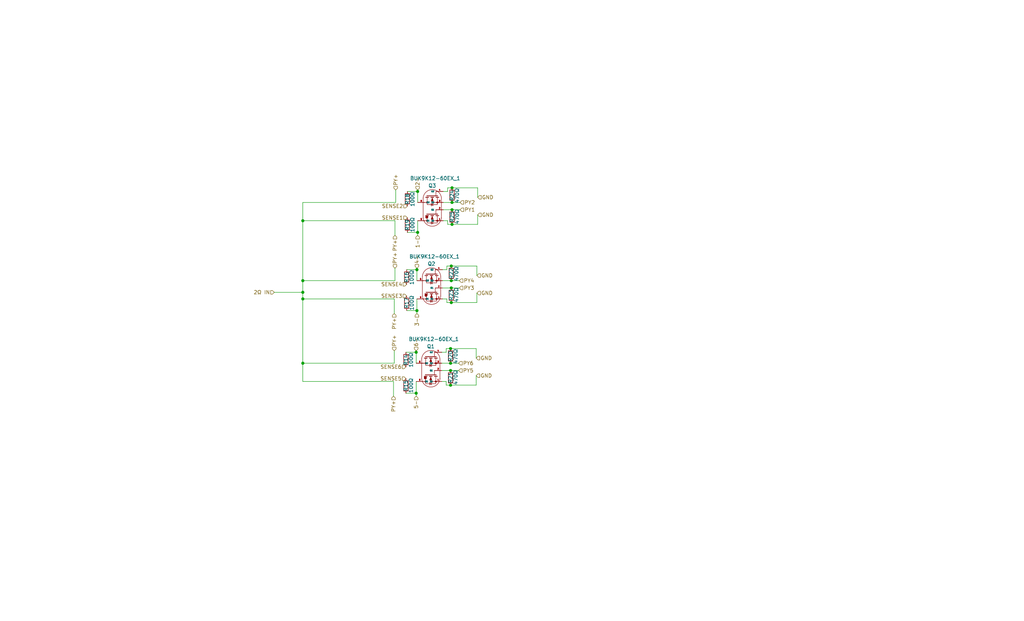
<source format=kicad_sch>
(kicad_sch (version 20231120) (generator "eeschema") (generator_version "8.0")
  (paper "USLegal")
  (title_block (title "WINTER Pyro Channels") (date "2024-02-13") (rev "3.1"))
  (lib_symbols
    (symbol "Device:R_Small" (pin_numbers hide) (pin_names (offset 0.254) hide)
      (property "Reference" "R" (at 0.762 0.508 0))
      (property "Value" "R_Small" (at 0.762 -1.016 0))
      (symbol "R_Small_0_1"
        (rectangle (start -0.762 1.778) (end 0.762 -1.778) (stroke (width 0.2032)))
      )
      (symbol "R_Small_1_1"
        (pin passive line (at 0 2.54 270) (length 0.762) (name "~") (number "1"))
        (pin passive line (at 0 -2.54 90) (length 0.762) (name "~") (number "2"))
      )
    )
    (symbol "rev3_components:BUK9K12-60EX_1"
      (property "Reference" "Q1" (at 1.27 -5.08 90))
      (property "Value" "BUK9K12-60EX_1" (at 7.62 -1.27 90))
      (symbol "BUK9K12-60EX_1_0_1"
        (circle (center -5.0771 -0.4885) (radius 0.254) (fill (type outline)))
        (circle (center -5.0771 3.0675) (radius 0.254) (fill (type outline)))
        (arc (start -4.0571 4.445) (mid -6.9946 1.27) (end -4.0571 -1.905))
        (arc (start -3.81 3.175) (mid -3.81 3.175) (end -3.81 3.175) (stroke (width 1)))
        (polyline (pts (xy -5.0799 3.7234) (xy -5.0799 2.9614)))
        (polyline (pts (xy -3.2991 0.0195) (xy -3.2991 -0.9965)) (stroke (width 0.254)))
        (polyline (pts (xy -3.2991 1.7975) (xy -3.2991 0.7815)) (stroke (width 0.254)))
        (polyline (pts (xy -3.2991 3.5755) (xy -3.2991 2.5595)) (stroke (width 0.254)))
        (polyline (pts (xy -2.7911 3.1945) (xy -2.7911 -0.6155)) (stroke (width 0.254)))
        (polyline (pts (xy -2.7095 0) (xy -1.27 0)))
        (polyline (pts (xy 1.27 3.81) (xy 1.27 3.048)))
        (polyline (pts (xy 2.7509 -1.9103) (xy -4.1453 -1.9103)))
        (polyline (pts (xy 2.8116 4.4472) (xy -4.0846 4.4472)))
        (polyline (pts (xy 3.048 0) (xy 3.048 -1.016)) (stroke (width 0.254)))
        (polyline (pts (xy 3.048 1.778) (xy 3.048 0.762)) (stroke (width 0.254)))
        (polyline (pts (xy 3.048 3.556) (xy 3.048 2.54)) (stroke (width 0.254)))
        (polyline (pts (xy 3.556 3.175) (xy 3.556 -0.635)) (stroke (width 0.254)))
        (polyline (pts (xy 3.6153 0.0001) (xy 5.08 0)))
        (polyline (pts (xy -5.0771 -1.2505) (xy -5.0771 1.2895) (xy -3.2991 1.2895)))
        (polyline (pts (xy 1.27 -1.27) (xy 1.27 1.27) (xy 3.048 1.27)))
        (polyline (pts (xy -5.8391 1.6705) (xy -5.4581 1.0355) (xy -6.2201 1.0355) (xy -5.8391 1.6705)))
        (polyline (pts (xy -5.3311 1.7975) (xy -5.4581 1.6705) (xy -6.2201 1.6705) (xy -6.3471 1.5435)))
        (polyline (pts (xy -3.5531 1.2895) (xy -4.5691 1.6705) (xy -4.5691 0.9085) (xy -3.5531 1.2895)) (fill (type outline)))
        (polyline (pts (xy -3.2991 -0.4885) (xy -5.8391 -0.4885) (xy -5.8391 3.0675) (xy -3.2991 3.0675)))
        (polyline (pts (xy 0.508 1.651) (xy 0.889 1.016) (xy 0.127 1.016) (xy 0.508 1.651)))
        (polyline (pts (xy 1.016 1.778) (xy 0.889 1.651) (xy 0.127 1.651) (xy 0 1.524)))
        (polyline (pts (xy 2.794 1.27) (xy 1.778 1.651) (xy 1.778 0.889) (xy 2.794 1.27)) (fill (type outline)))
        (polyline (pts (xy 3.048 -0.508) (xy 0.508 -0.508) (xy 0.508 3.048) (xy 3.048 3.048)))
        (circle (center 1.27 -0.508) (radius 0.254) (fill (type outline)))
        (circle (center 1.27 3.048) (radius 0.254) (fill (type outline)))
        (arc (start 2.7871 -1.905) (mid 5.7246 1.27) (end 2.7871 4.445))
      )
      (symbol "BUK9K12-60EX_1_1_1"
        (pin passive line (at -5.08 -2.54 90) (length 2.54) (name "S1") (number "1"))
        (pin passive line (at -1.27 -2.54 90) (length 2.54) (name "G1") (number "2"))
        (pin passive line (at 1.27 -2.54 90) (length 2.54) (name "S2") (number "3"))
        (pin passive line (at 5.08 -2.54 90) (length 2.54) (name "G2") (number "4"))
        (pin passive line (at -5.08 6.35 270) (length 2.54) (name "D1") (number "5"))
        (pin passive line (at 1.27 6.35 270) (length 2.54) (name "D2") (number "6"))
      )
    )
  )
  (junction (at 144.78 93.726))
  (junction (at 144.526 136.652))
  (junction (at 105.156 103.886))
  (junction (at 144.526 122.428))
  (junction (at 156.718 92.456))
  (junction (at 156.972 72.898))
  (junction (at 105.156 101.6))
  (junction (at 105.156 76.708))
  (junction (at 156.972 65.278))
  (junction (at 156.464 126.238))
  (junction (at 156.464 128.778))
  (junction (at 156.718 100.076))
  (junction (at 156.718 105.156))
  (junction (at 105.156 126.238))
  (junction (at 105.156 97.536))
  (junction (at 156.972 77.978))
  (junction (at 144.78 107.95))
  (junction (at 156.718 97.536))
  (junction (at 145.034 66.548))
  (junction (at 156.464 121.158))
  (junction (at 156.972 70.358))
  (junction (at 145.034 80.772))
  (junction (at 156.464 133.858))
  (wire (pts (xy 153.924 70.358) (xy 156.972 70.358)))
  (wire (pts (xy 144.78 103.886) (xy 144.78 107.95)))
  (wire (pts (xy 105.156 97.536) (xy 105.156 76.708)))
  (wire (pts (xy 141.478 80.772) (xy 145.034 80.772)))
  (wire (pts (xy 156.464 128.778) (xy 159.258 128.778)))
  (wire (pts (xy 153.924 66.548) (xy 155.448 66.548)))
  (wire (pts (xy 155.194 92.456) (xy 156.718 92.456)))
  (wire (pts (xy 153.67 100.076) (xy 156.718 100.076)))
  (wire (pts (xy 155.194 103.886) (xy 155.194 105.156)))
  (wire (pts (xy 153.67 97.536) (xy 156.718 97.536)))
  (wire (pts (xy 156.718 100.076) (xy 159.512 100.076)))
  (wire (pts (xy 155.194 93.726) (xy 155.194 92.456)))
  (wire (pts (xy 137.16 76.708) (xy 137.16 81.788)))
  (wire (pts (xy 156.464 133.858) (xy 165.354 133.858)))
  (wire (pts (xy 153.924 72.898) (xy 156.972 72.898)))
  (wire (pts (xy 145.034 80.772) (xy 145.034 81.788)))
  (wire (pts (xy 136.906 103.886) (xy 136.906 108.966)))
  (wire (pts (xy 156.972 70.358) (xy 159.766 70.358)))
  (wire (pts (xy 156.972 77.978) (xy 165.862 77.978)))
  (wire (pts (xy 155.448 77.978) (xy 156.972 77.978)))
  (wire (pts (xy 165.862 65.278) (xy 165.862 68.58)))
  (wire (pts (xy 105.156 76.708) (xy 105.156 70.358)))
  (wire (pts (xy 155.194 105.156) (xy 156.718 105.156)))
  (wire (pts (xy 136.906 121.92) (xy 136.906 126.238)))
  (wire (pts (xy 144.526 121.92) (xy 144.526 122.428)))
  (wire (pts (xy 155.448 66.548) (xy 155.448 65.278)))
  (wire (pts (xy 154.94 132.588) (xy 154.94 133.858)))
  (wire (pts (xy 105.156 76.708) (xy 137.16 76.708)))
  (wire (pts (xy 153.416 122.428) (xy 154.94 122.428)))
  (wire (pts (xy 144.78 107.95) (xy 144.78 108.966)))
  (wire (pts (xy 165.354 121.158) (xy 165.354 124.46)))
  (wire (pts (xy 140.97 136.652) (xy 144.526 136.652)))
  (wire (pts (xy 105.156 132.588) (xy 105.156 126.238)))
  (wire (pts (xy 144.78 93.726) (xy 144.78 97.536)))
  (wire (pts (xy 105.156 126.238) (xy 136.906 126.238)))
  (wire (pts (xy 156.464 126.238) (xy 159.258 126.238)))
  (wire (pts (xy 145.034 76.708) (xy 145.034 80.772)))
  (wire (pts (xy 153.67 93.726) (xy 155.194 93.726)))
  (wire (pts (xy 144.526 122.428) (xy 144.526 126.238)))
  (wire (pts (xy 144.526 136.652) (xy 144.526 137.668)))
  (wire (pts (xy 156.972 72.898) (xy 159.766 72.898)))
  (wire (pts (xy 105.156 97.536) (xy 137.16 97.536)))
  (wire (pts (xy 105.156 132.588) (xy 136.652 132.588)))
  (wire (pts (xy 105.156 126.238) (xy 105.156 103.886)))
  (wire (pts (xy 156.718 92.456) (xy 165.608 92.456)))
  (wire (pts (xy 105.156 101.6) (xy 105.156 97.536)))
  (wire (pts (xy 153.416 128.778) (xy 156.464 128.778)))
  (wire (pts (xy 156.718 105.156) (xy 165.608 105.156)))
  (wire (pts (xy 154.94 133.858) (xy 156.464 133.858)))
  (wire (pts (xy 153.416 132.588) (xy 154.94 132.588)))
  (wire (pts (xy 156.718 97.536) (xy 159.512 97.536)))
  (wire (pts (xy 153.67 103.886) (xy 155.194 103.886)))
  (wire (pts (xy 156.464 121.158) (xy 165.354 121.158)))
  (wire (pts (xy 155.448 65.278) (xy 156.972 65.278)))
  (wire (pts (xy 145.034 66.548) (xy 145.034 70.358)))
  (wire (pts (xy 95.25 101.6) (xy 105.156 101.6)))
  (wire (pts (xy 155.448 76.708) (xy 155.448 77.978)))
  (wire (pts (xy 144.526 132.588) (xy 144.526 136.652)))
  (wire (pts (xy 154.94 122.428) (xy 154.94 121.158)))
  (wire (pts (xy 140.97 122.428) (xy 144.526 122.428)))
  (wire (pts (xy 141.478 66.548) (xy 145.034 66.548)))
  (wire (pts (xy 165.608 92.456) (xy 165.608 95.758)))
  (wire (pts (xy 105.156 103.886) (xy 105.156 101.6)))
  (wire (pts (xy 137.16 93.218) (xy 137.16 97.536)))
  (wire (pts (xy 165.862 77.978) (xy 165.862 74.676)))
  (wire (pts (xy 156.972 65.278) (xy 165.862 65.278)))
  (wire (pts (xy 153.924 76.708) (xy 155.448 76.708)))
  (wire (pts (xy 105.156 70.358) (xy 137.414 70.358)))
  (wire (pts (xy 137.414 66.04) (xy 137.414 70.358)))
  (wire (pts (xy 141.224 107.95) (xy 144.78 107.95)))
  (wire (pts (xy 144.78 93.218) (xy 144.78 93.726)))
  (wire (pts (xy 165.608 105.156) (xy 165.608 101.854)))
  (wire (pts (xy 105.156 103.886) (xy 136.906 103.886)))
  (wire (pts (xy 165.354 133.858) (xy 165.354 130.556)))
  (wire (pts (xy 154.94 121.158) (xy 156.464 121.158)))
  (wire (pts (xy 136.652 132.588) (xy 136.652 137.668)))
  (wire (pts (xy 141.224 93.726) (xy 144.78 93.726)))
  (wire (pts (xy 153.416 126.238) (xy 156.464 126.238)))
  (wire (pts (xy 145.034 66.04) (xy 145.034 66.548)))
  (hierarchical_label "SENSE1" (shape input) (at 141.478 75.692 180))
  (hierarchical_label "GND" (shape input) (at 165.862 74.676 0))
  (hierarchical_label "PY4" (shape input) (at 159.512 97.536 0))
  (hierarchical_label "6-" (shape input) (at 144.526 121.92 90))
  (hierarchical_label "PY5" (shape input) (at 159.258 128.778 0))
  (hierarchical_label "PY3" (shape input) (at 159.512 100.076 0))
  (hierarchical_label "4-" (shape input) (at 144.78 93.218 90))
  (hierarchical_label "2-" (shape input) (at 145.034 66.04 90))
  (hierarchical_label "3-" (shape input) (at 144.78 108.966 270))
  (hierarchical_label "SENSE6" (shape input) (at 140.97 127.508 180))
  (hierarchical_label "5-" (shape input) (at 144.526 137.668 270))
  (hierarchical_label "PY+" (shape input) (at 136.906 108.966 270))
  (hierarchical_label "GND" (shape input) (at 165.354 124.46 0))
  (hierarchical_label "PY+" (shape input) (at 136.652 137.668 270))
  (hierarchical_label "PY+" (shape input) (at 136.906 121.92 90))
  (hierarchical_label "GND" (shape input) (at 165.862 68.58 0))
  (hierarchical_label "GND" (shape input) (at 165.608 95.758 0))
  (hierarchical_label "PY+" (shape input) (at 137.414 66.04 90))
  (hierarchical_label "PY+" (shape input) (at 137.16 93.218 90))
  (hierarchical_label "2Ω IN" (shape input) (at 95.25 101.6 180))
  (hierarchical_label "SENSE3" (shape input) (at 141.224 102.87 180))
  (hierarchical_label "GND" (shape input) (at 165.354 130.556 0))
  (hierarchical_label "GND" (shape input) (at 165.608 101.854 0))
  (hierarchical_label "1-" (shape input) (at 145.034 81.788 270))
  (hierarchical_label "PY+" (shape input) (at 137.16 81.788 270))
  (hierarchical_label "SENSE5" (shape input) (at 140.97 131.572 180))
  (hierarchical_label "SENSE2" (shape input) (at 141.478 71.628 180))
  (hierarchical_label "PY6" (shape input) (at 159.258 126.238 0))
  (hierarchical_label "SENSE4" (shape input) (at 141.224 98.806 180))
  (hierarchical_label "PY2" (shape input) (at 159.766 70.358 0))
  (hierarchical_label "PY1" (shape input) (at 159.766 72.898 0))
  (symbol (lib_id "Device:R_Small") (at 156.718 94.996 0) (unit 1)
    (property "Reference" "R22" (at 156.718 97.028 90) (effects (justify left)))
    (property "Value" "470Ω" (at 158.496 97.79 90) (effects (justify left)))
    (property "Footprint" "Resistor_SMD:R_0603_1608Metric" (effects (hide yes)))
  )
  (symbol (lib_id "Device:R_Small") (at 156.464 123.698 0) (unit 1)
    (property "Reference" "R20" (at 156.464 125.73 90) (effects (justify left)))
    (property "Value" "470Ω" (at 158.242 126.492 90) (effects (justify left)))
    (property "Footprint" "Resistor_SMD:R_0603_1608Metric" (effects (hide yes)))
  )
  (symbol (lib_id "rev3_components:BUK9K12-60EX_1") (at 151.384 71.628 90) (unit 1)
    (property "Reference" "Q3" (at 150.114 64.516 90))
    (property "Value" "BUK9K12-60EX_1" (at 151.13 61.976 90))
    (property "Footprint" "rev3footprints:LFPAK56D" (effects (hide yes)))
  )
  (symbol (lib_id "Device:R_Small") (at 141.478 78.232 0) (mirror x) (unit 1)
    (property "Reference" "R19" (at 141.478 76.2 90) (effects (justify left)))
    (property "Value" "100Ω" (at 143.256 75.438 90) (effects (justify left)))
    (property "Footprint" "Resistor_SMD:R_0603_1608Metric" (effects (hide yes)))
  )
  (symbol (lib_id "Device:R_Small") (at 140.97 134.112 0) (mirror x) (unit 1)
    (property "Reference" "R15" (at 140.97 132.08 90) (effects (justify left)))
    (property "Value" "100Ω" (at 142.748 131.318 90) (effects (justify left)))
    (property "Footprint" "Resistor_SMD:R_0603_1608Metric" (effects (hide yes)))
  )
  (symbol (lib_id "rev3_components:BUK9K12-60EX_1") (at 151.13 98.806 90) (unit 1)
    (property "Reference" "Q2" (at 149.86 91.694 90))
    (property "Value" "BUK9K12-60EX_1" (at 150.876 89.154 90))
    (property "Footprint" "rev3footprints:LFPAK56D" (effects (hide yes)))
  )
  (symbol (lib_id "Device:R_Small") (at 156.464 131.318 0) (mirror x) (unit 1)
    (property "Reference" "R21" (at 156.464 129.286 90) (effects (justify left)))
    (property "Value" "470Ω" (at 158.242 128.524 90) (effects (justify left)))
    (property "Footprint" "Resistor_SMD:R_0603_1608Metric" (effects (hide yes)))
  )
  (symbol (lib_id "Device:R_Small") (at 141.224 105.41 0) (mirror x) (unit 1)
    (property "Reference" "R17" (at 141.224 103.378 90) (effects (justify left)))
    (property "Value" "100Ω" (at 143.002 102.616 90) (effects (justify left)))
    (property "Footprint" "Resistor_SMD:R_0603_1608Metric" (effects (hide yes)))
  )
  (symbol (lib_id "Device:R_Small") (at 156.972 75.438 0) (mirror x) (unit 1)
    (property "Reference" "R25" (at 156.972 73.406 90) (effects (justify left)))
    (property "Value" "470Ω" (at 158.75 72.644 90) (effects (justify left)))
    (property "Footprint" "Resistor_SMD:R_0603_1608Metric" (effects (hide yes)))
  )
  (symbol (lib_id "Device:R_Small") (at 141.224 96.266 0) (unit 1)
    (property "Reference" "R16" (at 141.224 98.298 90) (effects (justify left)))
    (property "Value" "100Ω" (at 143.002 99.06 90) (effects (justify left)))
    (property "Footprint" "Resistor_SMD:R_0603_1608Metric" (effects (hide yes)))
  )
  (symbol (lib_id "Device:R_Small") (at 140.97 124.968 0) (unit 1)
    (property "Reference" "R14" (at 140.97 127 90) (effects (justify left)))
    (property "Value" "100Ω" (at 142.748 127.762 90) (effects (justify left)))
    (property "Footprint" "Resistor_SMD:R_0603_1608Metric" (effects (hide yes)))
  )
  (symbol (lib_id "Device:R_Small") (at 156.972 67.818 0) (unit 1)
    (property "Reference" "R24" (at 156.972 69.85 90) (effects (justify left)))
    (property "Value" "470Ω" (at 158.75 70.612 90) (effects (justify left)))
    (property "Footprint" "Resistor_SMD:R_0603_1608Metric" (effects (hide yes)))
  )
  (symbol (lib_id "rev3_components:BUK9K12-60EX_1") (at 150.876 127.508 90) (unit 1)
    (property "Reference" "Q1" (at 149.606 120.396 90))
    (property "Value" "BUK9K12-60EX_1" (at 150.622 117.856 90))
    (property "Footprint" "rev3footprints:LFPAK56D" (effects (hide yes)))
  )
  (symbol (lib_id "Device:R_Small") (at 141.478 69.088 0) (unit 1)
    (property "Reference" "R18" (at 141.478 71.12 90) (effects (justify left)))
    (property "Value" "100Ω" (at 143.256 71.882 90) (effects (justify left)))
    (property "Footprint" "Resistor_SMD:R_0603_1608Metric" (effects (hide yes)))
  )
  (symbol (lib_id "Device:R_Small") (at 156.718 102.616 0) (mirror x) (unit 1)
    (property "Reference" "R23" (at 156.718 100.584 90) (effects (justify left)))
    (property "Value" "470Ω" (at 158.496 99.822 90) (effects (justify left)))
    (property "Footprint" "Resistor_SMD:R_0603_1608Metric" (effects (hide yes)))
  )
)
</source>
